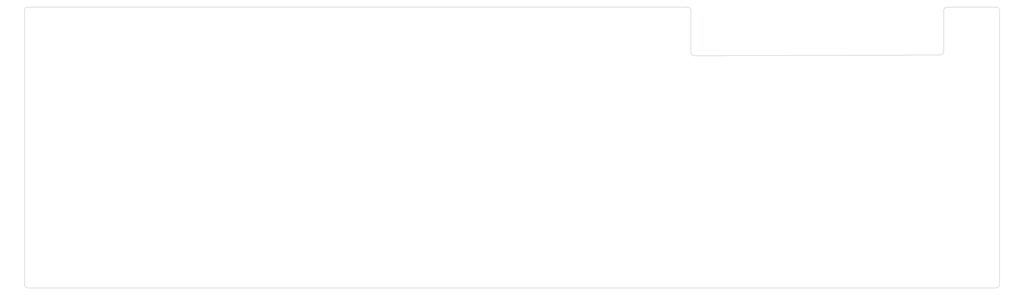
<source format=gbr>
%TF.GenerationSoftware,KiCad,Pcbnew,8.0.8*%
%TF.CreationDate,2025-02-22T23:30:56+01:00*%
%TF.ProjectId,fullsized keybored 3v3,66756c6c-7369-47a6-9564-206b6579626f,rev?*%
%TF.SameCoordinates,Original*%
%TF.FileFunction,Profile,NP*%
%FSLAX46Y46*%
G04 Gerber Fmt 4.6, Leading zero omitted, Abs format (unit mm)*
G04 Created by KiCad (PCBNEW 8.0.8) date 2025-02-22 23:30:56*
%MOMM*%
%LPD*%
G01*
G04 APERTURE LIST*
%TA.AperFunction,Profile*%
%ADD10C,0.050000*%
%TD*%
G04 APERTURE END LIST*
D10*
X18256250Y-162718750D02*
X443706250Y-162718750D01*
X309562450Y-58737550D02*
X309562500Y-40481250D01*
X445293750Y-161131250D02*
X445293750Y-40481250D01*
X422275000Y-38893700D02*
X443706250Y-38893750D01*
X307975000Y-38893750D02*
G75*
G02*
X309562450Y-40481250I-100J-1587550D01*
G01*
X18256250Y-162718750D02*
G75*
G02*
X16668750Y-161131250I0J1587500D01*
G01*
X16668750Y-40481250D02*
G75*
G02*
X18256250Y-38893750I1587500J0D01*
G01*
X445293750Y-161131250D02*
G75*
G02*
X443706250Y-162718750I-1587550J50D01*
G01*
X419100100Y-59996233D02*
X311150000Y-60325000D01*
X420687500Y-40481200D02*
G75*
G02*
X422275000Y-38893700I1587600J-100D01*
G01*
X16668750Y-40481250D02*
X16668750Y-161131250D01*
X307975000Y-38893750D02*
X18256250Y-38893750D01*
X420687500Y-40481200D02*
X420687600Y-58408733D01*
X443706250Y-38893750D02*
G75*
G02*
X445293750Y-40481250I-50J-1587550D01*
G01*
X420687600Y-58408733D02*
G75*
G02*
X419100100Y-59996200I-1587600J133D01*
G01*
X311149950Y-60325050D02*
G75*
G02*
X309562450Y-58737550I50J1587550D01*
G01*
M02*

</source>
